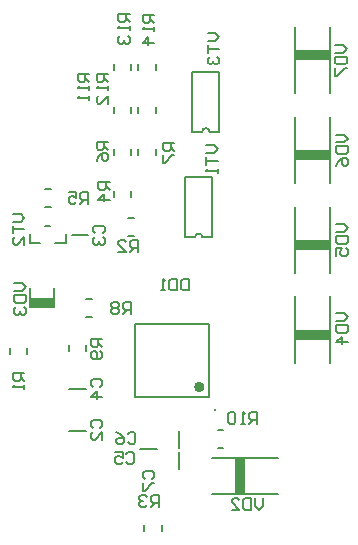
<source format=gbo>
G04 Layer_Color=32896*
%FSAX43Y43*%
%MOMM*%
G71*
G01*
G75*
%ADD30C,0.500*%
%ADD32C,0.200*%
%ADD33C,0.254*%
%ADD54R,2.100X0.800*%
%ADD55R,3.000X0.900*%
%ADD56R,0.900X3.000*%
D30*
X0017500Y0014425D02*
G03*
X0017500Y0014425I-0000200J0000000D01*
G01*
D32*
X0017567Y0027095D02*
G03*
X0016933Y0027095I-0000317J0000000D01*
G01*
X0018167Y0036025D02*
G03*
X0017532Y0036025I-0000317J0000000D01*
G01*
X0003000Y0021200D02*
Y0022800D01*
Y0021200D02*
X0005000D01*
Y0022800D01*
X0012300Y0009200D02*
X0013700D01*
X0015600Y0009300D02*
Y0010700D01*
X0018850Y0009250D02*
X0019350D01*
X0018850Y0010750D02*
X0019350D01*
X0007750Y0017450D02*
Y0017950D01*
X0006250Y0017450D02*
Y0017950D01*
X0007750Y0021850D02*
X0008250D01*
X0007750Y0020350D02*
X0008250D01*
X0004200Y0028100D02*
X0004700D01*
X0006000Y0026600D02*
Y0027400D01*
X0005100Y0026600D02*
X0006000D01*
X0003000D02*
X0003800D01*
X0003000D02*
Y0027400D01*
X0006500Y0027300D02*
X0007900D01*
X0015600Y0007500D02*
Y0008900D01*
X0006300Y0014300D02*
X0007700D01*
X0028400Y0039300D02*
Y0044900D01*
X0025400Y0039300D02*
Y0044900D01*
Y0031700D02*
Y0037300D01*
X0028400Y0031700D02*
Y0037300D01*
X0025400Y0024100D02*
Y0029700D01*
X0028400Y0024100D02*
Y0029700D01*
X0025400Y0016500D02*
Y0022100D01*
X0028400Y0016500D02*
Y0022100D01*
X0018400Y0008400D02*
X0024000D01*
X0018400Y0005400D02*
X0024000D01*
X0006300Y0010700D02*
X0007700D01*
X0011885Y0013560D02*
X0018115D01*
X0011885D02*
Y0019790D01*
X0018115D01*
Y0013560D02*
Y0019790D01*
X0012650Y0002250D02*
Y0002750D01*
X0014150Y0002250D02*
Y0002750D01*
X0001250Y0017250D02*
Y0017750D01*
X0002750Y0017250D02*
Y0017750D01*
X0011250Y0027250D02*
X0011750D01*
X0011250Y0028750D02*
X0011750D01*
X0011550Y0030550D02*
Y0031050D01*
X0010050Y0030550D02*
Y0031050D01*
Y0034050D02*
Y0034550D01*
X0011550Y0034050D02*
Y0034550D01*
X0013650Y0034050D02*
Y0034550D01*
X0012150Y0034050D02*
Y0034550D01*
X0010050Y0037650D02*
Y0038150D01*
X0011550Y0037650D02*
Y0038150D01*
X0013650Y0037650D02*
Y0038150D01*
X0012150Y0037650D02*
Y0038150D01*
X0010050Y0041250D02*
Y0041750D01*
X0011550Y0041250D02*
Y0041750D01*
X0013650Y0041250D02*
Y0041750D01*
X0012150Y0041250D02*
Y0041750D01*
X0016095Y0027095D02*
Y0032175D01*
X0018405D01*
Y0027095D02*
Y0032175D01*
X0017567Y0027095D02*
X0018405D01*
X0016095D02*
X0016933D01*
X0016695Y0036025D02*
Y0041105D01*
X0019005D01*
Y0036025D02*
Y0041105D01*
X0018167Y0036025D02*
X0019005D01*
X0016695D02*
X0017532D01*
X0004250Y0031150D02*
X0004750D01*
X0004250Y0029650D02*
X0004750D01*
X0001600Y0023200D02*
X0002267D01*
X0002600Y0022867D01*
X0002267Y0022534D01*
X0001600D01*
Y0022200D02*
X0002600D01*
Y0021700D01*
X0002433Y0021534D01*
X0001767D01*
X0001600Y0021700D01*
Y0022200D01*
X0001767Y0021201D02*
X0001600Y0021034D01*
Y0020701D01*
X0001767Y0020534D01*
X0001934D01*
X0002100Y0020701D01*
Y0020867D01*
Y0020701D01*
X0002267Y0020534D01*
X0002433D01*
X0002600Y0020701D01*
Y0021034D01*
X0002433Y0021201D01*
X0009100Y0018500D02*
X0008100D01*
Y0018000D01*
X0008267Y0017834D01*
X0008600D01*
X0008767Y0018000D01*
Y0018500D01*
Y0018167D02*
X0009100Y0017834D01*
X0008933Y0017500D02*
X0009100Y0017334D01*
Y0017000D01*
X0008933Y0016834D01*
X0008267D01*
X0008100Y0017000D01*
Y0017334D01*
X0008267Y0017500D01*
X0008434D01*
X0008600Y0017334D01*
Y0016834D01*
X0011500Y0020600D02*
Y0021600D01*
X0011000D01*
X0010834Y0021433D01*
Y0021100D01*
X0011000Y0020933D01*
X0011500D01*
X0011167D02*
X0010834Y0020600D01*
X0010500Y0021433D02*
X0010334Y0021600D01*
X0010000D01*
X0009834Y0021433D01*
Y0021266D01*
X0010000Y0021100D01*
X0009834Y0020933D01*
Y0020767D01*
X0010000Y0020600D01*
X0010334D01*
X0010500Y0020767D01*
Y0020933D01*
X0010334Y0021100D01*
X0010500Y0021266D01*
Y0021433D01*
X0010334Y0021100D02*
X0010000D01*
X0011134Y0008733D02*
X0011300Y0008900D01*
X0011633D01*
X0011800Y0008733D01*
Y0008067D01*
X0011633Y0007900D01*
X0011300D01*
X0011134Y0008067D01*
X0010134Y0008900D02*
X0010800D01*
Y0008400D01*
X0010467Y0008566D01*
X0010300D01*
X0010134Y0008400D01*
Y0008067D01*
X0010300Y0007900D01*
X0010634D01*
X0010800Y0008067D01*
X0008267Y0014434D02*
X0008100Y0014600D01*
Y0014933D01*
X0008267Y0015100D01*
X0008933D01*
X0009100Y0014933D01*
Y0014600D01*
X0008933Y0014434D01*
X0009100Y0013600D02*
X0008100D01*
X0008600Y0014100D01*
Y0013434D01*
X0028800Y0043400D02*
X0029467D01*
X0029800Y0043067D01*
X0029467Y0042734D01*
X0028800D01*
Y0042400D02*
X0029800D01*
Y0041900D01*
X0029633Y0041734D01*
X0028967D01*
X0028800Y0041900D01*
Y0042400D01*
Y0041401D02*
Y0040734D01*
X0028967D01*
X0029633Y0041401D01*
X0029800D01*
X0028900Y0035800D02*
X0029567D01*
X0029900Y0035467D01*
X0029567Y0035134D01*
X0028900D01*
Y0034800D02*
X0029900D01*
Y0034300D01*
X0029733Y0034134D01*
X0029067D01*
X0028900Y0034300D01*
Y0034800D01*
Y0033134D02*
X0029067Y0033467D01*
X0029400Y0033801D01*
X0029733D01*
X0029900Y0033634D01*
Y0033301D01*
X0029733Y0033134D01*
X0029567D01*
X0029400Y0033301D01*
Y0033801D01*
X0028900Y0028200D02*
X0029567D01*
X0029900Y0027867D01*
X0029567Y0027534D01*
X0028900D01*
Y0027200D02*
X0029900D01*
Y0026700D01*
X0029733Y0026534D01*
X0029067D01*
X0028900Y0026700D01*
Y0027200D01*
Y0025534D02*
Y0026201D01*
X0029400D01*
X0029234Y0025867D01*
Y0025701D01*
X0029400Y0025534D01*
X0029733D01*
X0029900Y0025701D01*
Y0026034D01*
X0029733Y0026201D01*
X0028900Y0020700D02*
X0029567D01*
X0029900Y0020367D01*
X0029567Y0020034D01*
X0028900D01*
Y0019700D02*
X0029900D01*
Y0019200D01*
X0029733Y0019034D01*
X0029067D01*
X0028900Y0019200D01*
Y0019700D01*
X0029900Y0018201D02*
X0028900D01*
X0029400Y0018701D01*
Y0018034D01*
X0022700Y0005000D02*
Y0004333D01*
X0022367Y0004000D01*
X0022034Y0004333D01*
Y0005000D01*
X0021700D02*
Y0004000D01*
X0021200D01*
X0021034Y0004167D01*
Y0004833D01*
X0021200Y0005000D01*
X0021700D01*
X0020034Y0004000D02*
X0020701D01*
X0020034Y0004666D01*
Y0004833D01*
X0020201Y0005000D01*
X0020534D01*
X0020701Y0004833D01*
X0008267Y0010934D02*
X0008100Y0011100D01*
Y0011433D01*
X0008267Y0011600D01*
X0008933D01*
X0009100Y0011433D01*
Y0011100D01*
X0008933Y0010934D01*
X0009100Y0009934D02*
Y0010600D01*
X0008434Y0009934D01*
X0008267D01*
X0008100Y0010100D01*
Y0010434D01*
X0008267Y0010600D01*
X0016400Y0023600D02*
Y0022600D01*
X0015900D01*
X0015734Y0022767D01*
Y0023433D01*
X0015900Y0023600D01*
X0016400D01*
X0015400D02*
Y0022600D01*
X0014900D01*
X0014734Y0022767D01*
Y0023433D01*
X0014900Y0023600D01*
X0015400D01*
X0014401Y0022600D02*
X0014067D01*
X0014234D01*
Y0023600D01*
X0014401Y0023433D01*
X0013900Y0004300D02*
Y0005300D01*
X0013400D01*
X0013234Y0005133D01*
Y0004800D01*
X0013400Y0004633D01*
X0013900D01*
X0013567D02*
X0013234Y0004300D01*
X0012900Y0005133D02*
X0012734Y0005300D01*
X0012400D01*
X0012234Y0005133D01*
Y0004966D01*
X0012400Y0004800D01*
X0012567D01*
X0012400D01*
X0012234Y0004633D01*
Y0004467D01*
X0012400Y0004300D01*
X0012734D01*
X0012900Y0004467D01*
X0002500Y0015600D02*
X0001500D01*
Y0015100D01*
X0001667Y0014934D01*
X0002000D01*
X0002167Y0015100D01*
Y0015600D01*
Y0015267D02*
X0002500Y0014934D01*
Y0014600D02*
Y0014267D01*
Y0014434D01*
X0001500D01*
X0001667Y0014600D01*
X0012100Y0025900D02*
Y0026900D01*
X0011600D01*
X0011434Y0026733D01*
Y0026400D01*
X0011600Y0026233D01*
X0012100D01*
X0011767D02*
X0011434Y0025900D01*
X0010434D02*
X0011100D01*
X0010434Y0026566D01*
Y0026733D01*
X0010600Y0026900D01*
X0010934D01*
X0011100Y0026733D01*
X0009700Y0031800D02*
X0008700D01*
Y0031300D01*
X0008867Y0031134D01*
X0009200D01*
X0009367Y0031300D01*
Y0031800D01*
Y0031467D02*
X0009700Y0031134D01*
Y0030300D02*
X0008700D01*
X0009200Y0030800D01*
Y0030134D01*
X0009600Y0035200D02*
X0008600D01*
Y0034700D01*
X0008767Y0034534D01*
X0009100D01*
X0009267Y0034700D01*
Y0035200D01*
Y0034867D02*
X0009600Y0034534D01*
X0008600Y0033534D02*
X0008767Y0033867D01*
X0009100Y0034200D01*
X0009433D01*
X0009600Y0034034D01*
Y0033700D01*
X0009433Y0033534D01*
X0009267D01*
X0009100Y0033700D01*
Y0034200D01*
X0015200Y0035100D02*
X0014200D01*
Y0034600D01*
X0014367Y0034434D01*
X0014700D01*
X0014867Y0034600D01*
Y0035100D01*
Y0034767D02*
X0015200Y0034434D01*
X0014200Y0034100D02*
Y0033434D01*
X0014367D01*
X0015033Y0034100D01*
X0015200D01*
X0008000Y0040900D02*
X0007000D01*
Y0040400D01*
X0007167Y0040234D01*
X0007500D01*
X0007667Y0040400D01*
Y0040900D01*
Y0040567D02*
X0008000Y0040234D01*
Y0039900D02*
Y0039567D01*
Y0039734D01*
X0007000D01*
X0007167Y0039900D01*
X0008000Y0039067D02*
Y0038734D01*
Y0038901D01*
X0007000D01*
X0007167Y0039067D01*
X0009600Y0040900D02*
X0008600D01*
Y0040400D01*
X0008767Y0040234D01*
X0009100D01*
X0009267Y0040400D01*
Y0040900D01*
Y0040567D02*
X0009600Y0040234D01*
Y0039900D02*
Y0039567D01*
Y0039734D01*
X0008600D01*
X0008767Y0039900D01*
X0009600Y0038401D02*
Y0039067D01*
X0008934Y0038401D01*
X0008767D01*
X0008600Y0038567D01*
Y0038901D01*
X0008767Y0039067D01*
X0011400Y0046000D02*
X0010400D01*
Y0045500D01*
X0010567Y0045334D01*
X0010900D01*
X0011067Y0045500D01*
Y0046000D01*
Y0045667D02*
X0011400Y0045334D01*
Y0045000D02*
Y0044667D01*
Y0044834D01*
X0010400D01*
X0010567Y0045000D01*
Y0044167D02*
X0010400Y0044001D01*
Y0043667D01*
X0010567Y0043501D01*
X0010734D01*
X0010900Y0043667D01*
Y0043834D01*
Y0043667D01*
X0011067Y0043501D01*
X0011233D01*
X0011400Y0043667D01*
Y0044001D01*
X0011233Y0044167D01*
X0013500Y0045900D02*
X0012500D01*
Y0045400D01*
X0012667Y0045234D01*
X0013000D01*
X0013167Y0045400D01*
Y0045900D01*
Y0045567D02*
X0013500Y0045234D01*
Y0044900D02*
Y0044567D01*
Y0044734D01*
X0012500D01*
X0012667Y0044900D01*
X0013500Y0043567D02*
X0012500D01*
X0013000Y0044067D01*
Y0043401D01*
X0017900Y0034900D02*
X0018567D01*
X0018900Y0034567D01*
X0018567Y0034234D01*
X0017900D01*
Y0033900D02*
Y0033234D01*
Y0033567D01*
X0018900D01*
Y0032901D02*
Y0032567D01*
Y0032734D01*
X0017900D01*
X0018067Y0032901D01*
X0018000Y0044400D02*
X0018667D01*
X0019000Y0044067D01*
X0018667Y0043734D01*
X0018000D01*
Y0043400D02*
Y0042734D01*
Y0043067D01*
X0019000D01*
X0018167Y0042401D02*
X0018000Y0042234D01*
Y0041901D01*
X0018167Y0041734D01*
X0018334D01*
X0018500Y0041901D01*
Y0042067D01*
Y0041901D01*
X0018667Y0041734D01*
X0018833D01*
X0019000Y0041901D01*
Y0042234D01*
X0018833Y0042401D01*
X0007900Y0029900D02*
Y0030900D01*
X0007400D01*
X0007234Y0030733D01*
Y0030400D01*
X0007400Y0030233D01*
X0007900D01*
X0007567D02*
X0007234Y0029900D01*
X0006234Y0030900D02*
X0006900D01*
Y0030400D01*
X0006567Y0030566D01*
X0006400D01*
X0006234Y0030400D01*
Y0030067D01*
X0006400Y0029900D01*
X0006734D01*
X0006900Y0030067D01*
X0011234Y0010433D02*
X0011400Y0010600D01*
X0011733D01*
X0011900Y0010433D01*
Y0009767D01*
X0011733Y0009600D01*
X0011400D01*
X0011234Y0009767D01*
X0010234Y0010600D02*
X0010567Y0010433D01*
X0010900Y0010100D01*
Y0009767D01*
X0010734Y0009600D01*
X0010400D01*
X0010234Y0009767D01*
Y0009933D01*
X0010400Y0010100D01*
X0010900D01*
X0012667Y0006634D02*
X0012500Y0006800D01*
Y0007133D01*
X0012667Y0007300D01*
X0013333D01*
X0013500Y0007133D01*
Y0006800D01*
X0013333Y0006634D01*
X0012500Y0006300D02*
Y0005634D01*
X0012667D01*
X0013333Y0006300D01*
X0013500D01*
X0022200Y0011300D02*
Y0012300D01*
X0021700D01*
X0021534Y0012133D01*
Y0011800D01*
X0021700Y0011633D01*
X0022200D01*
X0021867D02*
X0021534Y0011300D01*
X0021200D02*
X0020867D01*
X0021034D01*
Y0012300D01*
X0021200Y0012133D01*
X0020367D02*
X0020201Y0012300D01*
X0019867D01*
X0019701Y0012133D01*
Y0011467D01*
X0019867Y0011300D01*
X0020201D01*
X0020367Y0011467D01*
Y0012133D01*
X0001500Y0029100D02*
X0002167D01*
X0002500Y0028767D01*
X0002167Y0028434D01*
X0001500D01*
Y0028100D02*
Y0027434D01*
Y0027767D01*
X0002500D01*
Y0026434D02*
Y0027101D01*
X0001834Y0026434D01*
X0001667D01*
X0001500Y0026601D01*
Y0026934D01*
X0001667Y0027101D01*
X0008467Y0027434D02*
X0008300Y0027600D01*
Y0027933D01*
X0008467Y0028100D01*
X0009133D01*
X0009300Y0027933D01*
Y0027600D01*
X0009133Y0027434D01*
X0008467Y0027100D02*
X0008300Y0026934D01*
Y0026600D01*
X0008467Y0026434D01*
X0008634D01*
X0008800Y0026600D01*
Y0026767D01*
Y0026600D01*
X0008967Y0026434D01*
X0009133D01*
X0009300Y0026600D01*
Y0026934D01*
X0009133Y0027100D01*
D33*
X0018650Y0012475D02*
G03*
X0018650Y0012475I-0000050J0000000D01*
G01*
D54*
X0004050Y0021600D02*
D03*
D55*
X0026900Y0042550D02*
D03*
Y0034050D02*
D03*
Y0026450D02*
D03*
Y0018850D02*
D03*
D56*
X0020750Y0006900D02*
D03*
M02*

</source>
